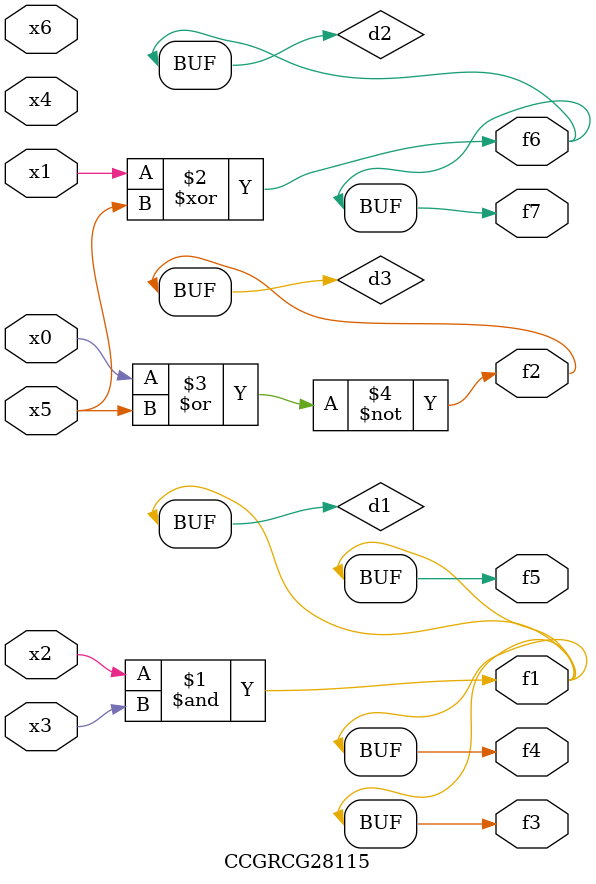
<source format=v>
module CCGRCG28115(
	input x0, x1, x2, x3, x4, x5, x6,
	output f1, f2, f3, f4, f5, f6, f7
);

	wire d1, d2, d3;

	and (d1, x2, x3);
	xor (d2, x1, x5);
	nor (d3, x0, x5);
	assign f1 = d1;
	assign f2 = d3;
	assign f3 = d1;
	assign f4 = d1;
	assign f5 = d1;
	assign f6 = d2;
	assign f7 = d2;
endmodule

</source>
